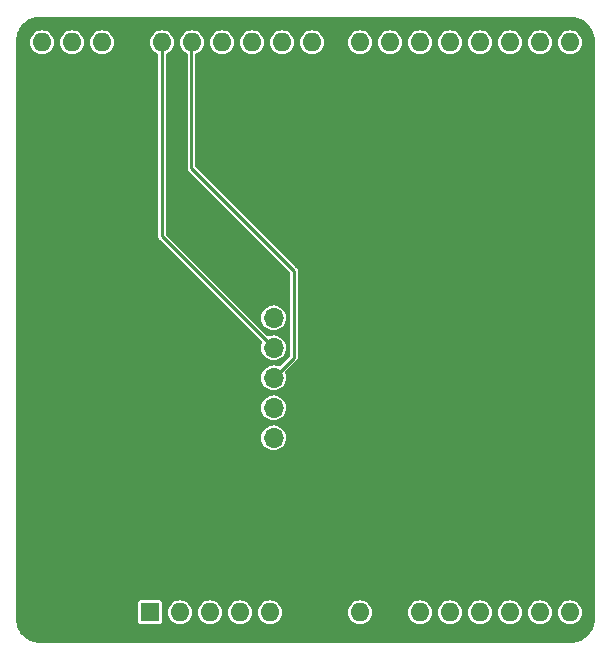
<source format=gbr>
%TF.GenerationSoftware,KiCad,Pcbnew,7.0.2-0*%
%TF.CreationDate,2023-05-15T10:36:04-07:00*%
%TF.ProjectId,RGProgrammer_V2,52475072-6f67-4726-916d-6d65725f5632,rev?*%
%TF.SameCoordinates,Original*%
%TF.FileFunction,Copper,L2,Bot*%
%TF.FilePolarity,Positive*%
%FSLAX46Y46*%
G04 Gerber Fmt 4.6, Leading zero omitted, Abs format (unit mm)*
G04 Created by KiCad (PCBNEW 7.0.2-0) date 2023-05-15 10:36:04*
%MOMM*%
%LPD*%
G01*
G04 APERTURE LIST*
%TA.AperFunction,ComponentPad*%
%ADD10R,1.700000X1.700000*%
%TD*%
%TA.AperFunction,ComponentPad*%
%ADD11O,1.700000X1.700000*%
%TD*%
%TA.AperFunction,ComponentPad*%
%ADD12R,1.600000X1.600000*%
%TD*%
%TA.AperFunction,ComponentPad*%
%ADD13O,1.600000X1.600000*%
%TD*%
%TA.AperFunction,Conductor*%
%ADD14C,0.250000*%
%TD*%
G04 APERTURE END LIST*
D10*
%TO.P,J1,1,Pin_1*%
%TO.N,GND*%
X147800000Y-81950000D03*
D11*
%TO.P,J1,2,Pin_2*%
%TO.N,D10*%
X147800000Y-84490000D03*
%TO.P,J1,3,Pin_3*%
%TO.N,D13*%
X147800000Y-87030000D03*
%TO.P,J1,4,Pin_4*%
%TO.N,MISO*%
X147800000Y-89570000D03*
%TO.P,J1,5,Pin_5*%
%TO.N,MOSI*%
X147800000Y-92110000D03*
%TO.P,J1,6,Pin_6*%
%TO.N,+5V*%
X147800000Y-94650000D03*
%TD*%
D12*
%TO.P,A1,1,NC*%
%TO.N,unconnected-(A1-NC-Pad1)*%
X137340000Y-109415000D03*
D13*
%TO.P,A1,2,IOREF*%
%TO.N,unconnected-(A1-IOREF-Pad2)*%
X139880000Y-109415000D03*
%TO.P,A1,3,~{RESET}*%
%TO.N,Net-(A1-~{RESET})*%
X142420000Y-109415000D03*
%TO.P,A1,4,3V3*%
%TO.N,unconnected-(A1-3V3-Pad4)*%
X144960000Y-109415000D03*
%TO.P,A1,5,+5V*%
%TO.N,+5V*%
X147500000Y-109415000D03*
%TO.P,A1,6,GND*%
%TO.N,GND*%
X150040000Y-109415000D03*
%TO.P,A1,7,GND*%
X152580000Y-109415000D03*
%TO.P,A1,8,VIN*%
%TO.N,unconnected-(A1-VIN-Pad8)*%
X155120000Y-109415000D03*
%TO.P,A1,9,A0*%
%TO.N,unconnected-(A1-A0-Pad9)*%
X160200000Y-109415000D03*
%TO.P,A1,10,A1*%
%TO.N,unconnected-(A1-A1-Pad10)*%
X162740000Y-109415000D03*
%TO.P,A1,11,A2*%
%TO.N,unconnected-(A1-A2-Pad11)*%
X165280000Y-109415000D03*
%TO.P,A1,12,A3*%
%TO.N,unconnected-(A1-A3-Pad12)*%
X167820000Y-109415000D03*
%TO.P,A1,13,SDA/A4*%
%TO.N,unconnected-(A1-SDA{slash}A4-Pad13)*%
X170360000Y-109415000D03*
%TO.P,A1,14,SCL/A5*%
%TO.N,unconnected-(A1-SCL{slash}A5-Pad14)*%
X172900000Y-109415000D03*
%TO.P,A1,15,D0/RX*%
%TO.N,unconnected-(A1-D0{slash}RX-Pad15)*%
X172900000Y-61155000D03*
%TO.P,A1,16,D1/TX*%
%TO.N,unconnected-(A1-D1{slash}TX-Pad16)*%
X170360000Y-61155000D03*
%TO.P,A1,17,D2*%
%TO.N,unconnected-(A1-D2-Pad17)*%
X167820000Y-61155000D03*
%TO.P,A1,18,D3*%
%TO.N,unconnected-(A1-D3-Pad18)*%
X165280000Y-61155000D03*
%TO.P,A1,19,D4*%
%TO.N,unconnected-(A1-D4-Pad19)*%
X162740000Y-61155000D03*
%TO.P,A1,20,D5*%
%TO.N,unconnected-(A1-D5-Pad20)*%
X160200000Y-61155000D03*
%TO.P,A1,21,D6*%
%TO.N,unconnected-(A1-D6-Pad21)*%
X157660000Y-61155000D03*
%TO.P,A1,22,D7*%
%TO.N,unconnected-(A1-D7-Pad22)*%
X155120000Y-61155000D03*
%TO.P,A1,23,D8*%
%TO.N,unconnected-(A1-D8-Pad23)*%
X151060000Y-61155000D03*
%TO.P,A1,24,D9*%
%TO.N,unconnected-(A1-D9-Pad24)*%
X148520000Y-61155000D03*
%TO.P,A1,25,D10*%
%TO.N,D10*%
X145980000Y-61155000D03*
%TO.P,A1,26,D11*%
%TO.N,MOSI*%
X143440000Y-61155000D03*
%TO.P,A1,27,D12*%
%TO.N,MISO*%
X140900000Y-61155000D03*
%TO.P,A1,28,D13*%
%TO.N,D13*%
X138360000Y-61155000D03*
%TO.P,A1,29,GND*%
%TO.N,GND*%
X135820000Y-61155000D03*
%TO.P,A1,30,AREF*%
%TO.N,unconnected-(A1-AREF-Pad30)*%
X133280000Y-61155000D03*
%TO.P,A1,31,SDA/A4*%
%TO.N,unconnected-(A1-SDA{slash}A4-Pad31)*%
X130740000Y-61155000D03*
%TO.P,A1,32,SCL/A5*%
%TO.N,unconnected-(A1-SCL{slash}A5-Pad32)*%
X128200000Y-61155000D03*
%TD*%
D14*
%TO.N,MISO*%
X149525000Y-87845000D02*
X149525000Y-80500000D01*
X140850000Y-71825000D02*
X140850000Y-61205000D01*
X149525000Y-80500000D02*
X140850000Y-71825000D01*
X140850000Y-61205000D02*
X140900000Y-61155000D01*
X147800000Y-89570000D02*
X149525000Y-87845000D01*
%TO.N,D13*%
X147800000Y-87030000D02*
X138360000Y-77590000D01*
X138360000Y-77590000D02*
X138360000Y-61155000D01*
%TD*%
%TA.AperFunction,Conductor*%
%TO.N,GND*%
G36*
X173004042Y-59000764D02*
G01*
X173083743Y-59005988D01*
X173261590Y-59018709D01*
X173276904Y-59020772D01*
X173389441Y-59043157D01*
X173530277Y-59073794D01*
X173543690Y-59077518D01*
X173657725Y-59116228D01*
X173661074Y-59117420D01*
X173788808Y-59165062D01*
X173800300Y-59170024D01*
X173910687Y-59224461D01*
X173915187Y-59226798D01*
X174032478Y-59290844D01*
X174041942Y-59296574D01*
X174145269Y-59365615D01*
X174150688Y-59369450D01*
X174256727Y-59448830D01*
X174264145Y-59454844D01*
X174357976Y-59537131D01*
X174363898Y-59542678D01*
X174457320Y-59636100D01*
X174462867Y-59642022D01*
X174545150Y-59735848D01*
X174551173Y-59743278D01*
X174588691Y-59793396D01*
X174630548Y-59849310D01*
X174634383Y-59854729D01*
X174703424Y-59958056D01*
X174709154Y-59967520D01*
X174773183Y-60084779D01*
X174775564Y-60089363D01*
X174829969Y-60199687D01*
X174834938Y-60211196D01*
X174882556Y-60338863D01*
X174883793Y-60342338D01*
X174922470Y-60456276D01*
X174926217Y-60469777D01*
X174956847Y-60610580D01*
X174979230Y-60723107D01*
X174981290Y-60738414D01*
X174994017Y-60916350D01*
X174999235Y-60995956D01*
X174999500Y-61004051D01*
X174999500Y-109995947D01*
X174999234Y-110004058D01*
X174994017Y-110083648D01*
X174981291Y-110261574D01*
X174979225Y-110276916D01*
X174956851Y-110389402D01*
X174926212Y-110530244D01*
X174922473Y-110543714D01*
X174883793Y-110657660D01*
X174882556Y-110661135D01*
X174834938Y-110788802D01*
X174829969Y-110800311D01*
X174775564Y-110910635D01*
X174773183Y-110915219D01*
X174709154Y-111032478D01*
X174703424Y-111041942D01*
X174634383Y-111145269D01*
X174630548Y-111150688D01*
X174551181Y-111256711D01*
X174545142Y-111264160D01*
X174462867Y-111357976D01*
X174457320Y-111363898D01*
X174363898Y-111457320D01*
X174357976Y-111462867D01*
X174264160Y-111545142D01*
X174256711Y-111551181D01*
X174150688Y-111630548D01*
X174145269Y-111634383D01*
X174041942Y-111703424D01*
X174032478Y-111709154D01*
X173915219Y-111773183D01*
X173910635Y-111775564D01*
X173800311Y-111829969D01*
X173788802Y-111834938D01*
X173661135Y-111882556D01*
X173657660Y-111883793D01*
X173543722Y-111922470D01*
X173530221Y-111926217D01*
X173389419Y-111956847D01*
X173342048Y-111966270D01*
X173276896Y-111979229D01*
X173261584Y-111981290D01*
X173083649Y-111994017D01*
X173060221Y-111995552D01*
X173004030Y-111999235D01*
X172995948Y-111999500D01*
X128004053Y-111999500D01*
X127995943Y-111999234D01*
X127916352Y-111994017D01*
X127738424Y-111981291D01*
X127723082Y-111979225D01*
X127665195Y-111967710D01*
X127610600Y-111956851D01*
X127469746Y-111926210D01*
X127456284Y-111922473D01*
X127456275Y-111922470D01*
X127385362Y-111898398D01*
X127342338Y-111883793D01*
X127338863Y-111882556D01*
X127211196Y-111834938D01*
X127199687Y-111829969D01*
X127134947Y-111798043D01*
X127089348Y-111775556D01*
X127084779Y-111773183D01*
X126967520Y-111709154D01*
X126958056Y-111703424D01*
X126854729Y-111634383D01*
X126849310Y-111630548D01*
X126793396Y-111588691D01*
X126743278Y-111551173D01*
X126735848Y-111545150D01*
X126642022Y-111462867D01*
X126636100Y-111457320D01*
X126542678Y-111363898D01*
X126537131Y-111357976D01*
X126505450Y-111321851D01*
X126454844Y-111264145D01*
X126448830Y-111256727D01*
X126369450Y-111150688D01*
X126365615Y-111145269D01*
X126296574Y-111041942D01*
X126290844Y-111032478D01*
X126226798Y-110915187D01*
X126224461Y-110910687D01*
X126170024Y-110800300D01*
X126165060Y-110788802D01*
X126117420Y-110661074D01*
X126116228Y-110657725D01*
X126077522Y-110543703D01*
X126073786Y-110530240D01*
X126043157Y-110389441D01*
X126020767Y-110276879D01*
X126018709Y-110261593D01*
X126016789Y-110234748D01*
X136339500Y-110234748D01*
X136351132Y-110293230D01*
X136395447Y-110359552D01*
X136461769Y-110403867D01*
X136520251Y-110415500D01*
X136520252Y-110415500D01*
X138159749Y-110415500D01*
X138188989Y-110409683D01*
X138218231Y-110403867D01*
X138284552Y-110359552D01*
X138328867Y-110293231D01*
X138340500Y-110234748D01*
X138340500Y-109415000D01*
X138874659Y-109415000D01*
X138893976Y-109611133D01*
X138951185Y-109799726D01*
X138951186Y-109799727D01*
X139044090Y-109973538D01*
X139169117Y-110125883D01*
X139321462Y-110250910D01*
X139495273Y-110343814D01*
X139683868Y-110401024D01*
X139880000Y-110420341D01*
X140076132Y-110401024D01*
X140264727Y-110343814D01*
X140438538Y-110250910D01*
X140590883Y-110125883D01*
X140715910Y-109973538D01*
X140808814Y-109799727D01*
X140866024Y-109611132D01*
X140885341Y-109415000D01*
X141414659Y-109415000D01*
X141433976Y-109611133D01*
X141491185Y-109799726D01*
X141491186Y-109799727D01*
X141584090Y-109973538D01*
X141709117Y-110125883D01*
X141861462Y-110250910D01*
X142035273Y-110343814D01*
X142223868Y-110401024D01*
X142420000Y-110420341D01*
X142616132Y-110401024D01*
X142804727Y-110343814D01*
X142978538Y-110250910D01*
X143130883Y-110125883D01*
X143255910Y-109973538D01*
X143348814Y-109799727D01*
X143406024Y-109611132D01*
X143425341Y-109415000D01*
X143954659Y-109415000D01*
X143973976Y-109611133D01*
X144031185Y-109799726D01*
X144031186Y-109799727D01*
X144124090Y-109973538D01*
X144249117Y-110125883D01*
X144401462Y-110250910D01*
X144575273Y-110343814D01*
X144763868Y-110401024D01*
X144960000Y-110420341D01*
X145156132Y-110401024D01*
X145344727Y-110343814D01*
X145518538Y-110250910D01*
X145670883Y-110125883D01*
X145795910Y-109973538D01*
X145888814Y-109799727D01*
X145946024Y-109611132D01*
X145965341Y-109415000D01*
X146494659Y-109415000D01*
X146513976Y-109611133D01*
X146571185Y-109799726D01*
X146571186Y-109799727D01*
X146664090Y-109973538D01*
X146789117Y-110125883D01*
X146941462Y-110250910D01*
X147115273Y-110343814D01*
X147303868Y-110401024D01*
X147500000Y-110420341D01*
X147696132Y-110401024D01*
X147884727Y-110343814D01*
X148058538Y-110250910D01*
X148210883Y-110125883D01*
X148335910Y-109973538D01*
X148428814Y-109799727D01*
X148486024Y-109611132D01*
X148505341Y-109415000D01*
X154114659Y-109415000D01*
X154133976Y-109611133D01*
X154191185Y-109799726D01*
X154191186Y-109799727D01*
X154284090Y-109973538D01*
X154409117Y-110125883D01*
X154561462Y-110250910D01*
X154735273Y-110343814D01*
X154923868Y-110401024D01*
X155120000Y-110420341D01*
X155316132Y-110401024D01*
X155504727Y-110343814D01*
X155678538Y-110250910D01*
X155830883Y-110125883D01*
X155955910Y-109973538D01*
X156048814Y-109799727D01*
X156106024Y-109611132D01*
X156125341Y-109415000D01*
X159194659Y-109415000D01*
X159213976Y-109611133D01*
X159271185Y-109799726D01*
X159271186Y-109799727D01*
X159364090Y-109973538D01*
X159489117Y-110125883D01*
X159641462Y-110250910D01*
X159815273Y-110343814D01*
X160003868Y-110401024D01*
X160200000Y-110420341D01*
X160396132Y-110401024D01*
X160584727Y-110343814D01*
X160758538Y-110250910D01*
X160910883Y-110125883D01*
X161035910Y-109973538D01*
X161128814Y-109799727D01*
X161186024Y-109611132D01*
X161205341Y-109415000D01*
X161734659Y-109415000D01*
X161753976Y-109611133D01*
X161811185Y-109799726D01*
X161811186Y-109799727D01*
X161904090Y-109973538D01*
X162029117Y-110125883D01*
X162181462Y-110250910D01*
X162355273Y-110343814D01*
X162543868Y-110401024D01*
X162740000Y-110420341D01*
X162936132Y-110401024D01*
X163124727Y-110343814D01*
X163298538Y-110250910D01*
X163450883Y-110125883D01*
X163575910Y-109973538D01*
X163668814Y-109799727D01*
X163726024Y-109611132D01*
X163745341Y-109415000D01*
X164274659Y-109415000D01*
X164293976Y-109611133D01*
X164351185Y-109799726D01*
X164351186Y-109799727D01*
X164444090Y-109973538D01*
X164569117Y-110125883D01*
X164721462Y-110250910D01*
X164895273Y-110343814D01*
X165083868Y-110401024D01*
X165280000Y-110420341D01*
X165476132Y-110401024D01*
X165664727Y-110343814D01*
X165838538Y-110250910D01*
X165990883Y-110125883D01*
X166115910Y-109973538D01*
X166208814Y-109799727D01*
X166266024Y-109611132D01*
X166285341Y-109415000D01*
X166814659Y-109415000D01*
X166833976Y-109611133D01*
X166891185Y-109799726D01*
X166891186Y-109799727D01*
X166984090Y-109973538D01*
X167109117Y-110125883D01*
X167261462Y-110250910D01*
X167435273Y-110343814D01*
X167623868Y-110401024D01*
X167820000Y-110420341D01*
X168016132Y-110401024D01*
X168204727Y-110343814D01*
X168378538Y-110250910D01*
X168530883Y-110125883D01*
X168655910Y-109973538D01*
X168748814Y-109799727D01*
X168806024Y-109611132D01*
X168825341Y-109415000D01*
X169354659Y-109415000D01*
X169373976Y-109611133D01*
X169431185Y-109799726D01*
X169431186Y-109799727D01*
X169524090Y-109973538D01*
X169649117Y-110125883D01*
X169801462Y-110250910D01*
X169975273Y-110343814D01*
X170163868Y-110401024D01*
X170360000Y-110420341D01*
X170556132Y-110401024D01*
X170744727Y-110343814D01*
X170918538Y-110250910D01*
X171070883Y-110125883D01*
X171195910Y-109973538D01*
X171288814Y-109799727D01*
X171346024Y-109611132D01*
X171365341Y-109415000D01*
X171894659Y-109415000D01*
X171913976Y-109611133D01*
X171971185Y-109799726D01*
X171971186Y-109799727D01*
X172064090Y-109973538D01*
X172189117Y-110125883D01*
X172341462Y-110250910D01*
X172515273Y-110343814D01*
X172703868Y-110401024D01*
X172900000Y-110420341D01*
X173096132Y-110401024D01*
X173284727Y-110343814D01*
X173458538Y-110250910D01*
X173610883Y-110125883D01*
X173735910Y-109973538D01*
X173828814Y-109799727D01*
X173886024Y-109611132D01*
X173905341Y-109415000D01*
X173886024Y-109218868D01*
X173828814Y-109030273D01*
X173735910Y-108856462D01*
X173610883Y-108704117D01*
X173458538Y-108579090D01*
X173379361Y-108536769D01*
X173284726Y-108486185D01*
X173096133Y-108428976D01*
X172900000Y-108409659D01*
X172703866Y-108428976D01*
X172515273Y-108486185D01*
X172341463Y-108579089D01*
X172189117Y-108704117D01*
X172064089Y-108856463D01*
X171971185Y-109030273D01*
X171913976Y-109218866D01*
X171894659Y-109415000D01*
X171365341Y-109415000D01*
X171346024Y-109218868D01*
X171288814Y-109030273D01*
X171195910Y-108856462D01*
X171070883Y-108704117D01*
X170918538Y-108579090D01*
X170839361Y-108536769D01*
X170744726Y-108486185D01*
X170556133Y-108428976D01*
X170360000Y-108409659D01*
X170163866Y-108428976D01*
X169975273Y-108486185D01*
X169801463Y-108579089D01*
X169649117Y-108704117D01*
X169524089Y-108856463D01*
X169431185Y-109030273D01*
X169373976Y-109218866D01*
X169354659Y-109415000D01*
X168825341Y-109415000D01*
X168806024Y-109218868D01*
X168748814Y-109030273D01*
X168655910Y-108856462D01*
X168530883Y-108704117D01*
X168378538Y-108579090D01*
X168299361Y-108536769D01*
X168204726Y-108486185D01*
X168016133Y-108428976D01*
X167820000Y-108409659D01*
X167623866Y-108428976D01*
X167435273Y-108486185D01*
X167261463Y-108579089D01*
X167109117Y-108704117D01*
X166984089Y-108856463D01*
X166891185Y-109030273D01*
X166833976Y-109218866D01*
X166814659Y-109415000D01*
X166285341Y-109415000D01*
X166266024Y-109218868D01*
X166208814Y-109030273D01*
X166115910Y-108856462D01*
X165990883Y-108704117D01*
X165838538Y-108579090D01*
X165759361Y-108536769D01*
X165664726Y-108486185D01*
X165476133Y-108428976D01*
X165329152Y-108414500D01*
X165280000Y-108409659D01*
X165279999Y-108409659D01*
X165083866Y-108428976D01*
X164895273Y-108486185D01*
X164721463Y-108579089D01*
X164569117Y-108704117D01*
X164444089Y-108856463D01*
X164351185Y-109030273D01*
X164293976Y-109218866D01*
X164274659Y-109415000D01*
X163745341Y-109415000D01*
X163726024Y-109218868D01*
X163668814Y-109030273D01*
X163575910Y-108856462D01*
X163450883Y-108704117D01*
X163298538Y-108579090D01*
X163219361Y-108536769D01*
X163124726Y-108486185D01*
X162936133Y-108428976D01*
X162740000Y-108409659D01*
X162543866Y-108428976D01*
X162355273Y-108486185D01*
X162181463Y-108579089D01*
X162029117Y-108704117D01*
X161904089Y-108856463D01*
X161811185Y-109030273D01*
X161753976Y-109218866D01*
X161734659Y-109415000D01*
X161205341Y-109415000D01*
X161186024Y-109218868D01*
X161128814Y-109030273D01*
X161035910Y-108856462D01*
X160910883Y-108704117D01*
X160758538Y-108579090D01*
X160679361Y-108536769D01*
X160584726Y-108486185D01*
X160396133Y-108428976D01*
X160200000Y-108409659D01*
X160003866Y-108428976D01*
X159815273Y-108486185D01*
X159641463Y-108579089D01*
X159489117Y-108704117D01*
X159364089Y-108856463D01*
X159271185Y-109030273D01*
X159213976Y-109218866D01*
X159194659Y-109415000D01*
X156125341Y-109415000D01*
X156106024Y-109218868D01*
X156048814Y-109030273D01*
X155955910Y-108856462D01*
X155830883Y-108704117D01*
X155678538Y-108579090D01*
X155599361Y-108536769D01*
X155504726Y-108486185D01*
X155316133Y-108428976D01*
X155169152Y-108414500D01*
X155120000Y-108409659D01*
X155119999Y-108409659D01*
X154923866Y-108428976D01*
X154735273Y-108486185D01*
X154561463Y-108579089D01*
X154409117Y-108704117D01*
X154284089Y-108856463D01*
X154191185Y-109030273D01*
X154133976Y-109218866D01*
X154114659Y-109415000D01*
X148505341Y-109415000D01*
X148486024Y-109218868D01*
X148428814Y-109030273D01*
X148335910Y-108856462D01*
X148210883Y-108704117D01*
X148058538Y-108579090D01*
X147979361Y-108536769D01*
X147884726Y-108486185D01*
X147696133Y-108428976D01*
X147500000Y-108409659D01*
X147303866Y-108428976D01*
X147115273Y-108486185D01*
X146941463Y-108579089D01*
X146789117Y-108704117D01*
X146664089Y-108856463D01*
X146571185Y-109030273D01*
X146513976Y-109218866D01*
X146494659Y-109415000D01*
X145965341Y-109415000D01*
X145946024Y-109218868D01*
X145888814Y-109030273D01*
X145795910Y-108856462D01*
X145670883Y-108704117D01*
X145518538Y-108579090D01*
X145439361Y-108536769D01*
X145344726Y-108486185D01*
X145156133Y-108428976D01*
X145009152Y-108414500D01*
X144960000Y-108409659D01*
X144959999Y-108409659D01*
X144763866Y-108428976D01*
X144575273Y-108486185D01*
X144401463Y-108579089D01*
X144249117Y-108704117D01*
X144124089Y-108856463D01*
X144031185Y-109030273D01*
X143973976Y-109218866D01*
X143954659Y-109415000D01*
X143425341Y-109415000D01*
X143406024Y-109218868D01*
X143348814Y-109030273D01*
X143255910Y-108856462D01*
X143130883Y-108704117D01*
X142978538Y-108579090D01*
X142899361Y-108536769D01*
X142804726Y-108486185D01*
X142616133Y-108428976D01*
X142420000Y-108409659D01*
X142223866Y-108428976D01*
X142035273Y-108486185D01*
X141861463Y-108579089D01*
X141709117Y-108704117D01*
X141584089Y-108856463D01*
X141491185Y-109030273D01*
X141433976Y-109218866D01*
X141414659Y-109415000D01*
X140885341Y-109415000D01*
X140866024Y-109218868D01*
X140808814Y-109030273D01*
X140715910Y-108856462D01*
X140590883Y-108704117D01*
X140438538Y-108579090D01*
X140359361Y-108536769D01*
X140264726Y-108486185D01*
X140076133Y-108428976D01*
X139880000Y-108409659D01*
X139683866Y-108428976D01*
X139495273Y-108486185D01*
X139321463Y-108579089D01*
X139169117Y-108704117D01*
X139044089Y-108856463D01*
X138951185Y-109030273D01*
X138893976Y-109218866D01*
X138874659Y-109415000D01*
X138340500Y-109415000D01*
X138340500Y-108595252D01*
X138328867Y-108536769D01*
X138295068Y-108486186D01*
X138284552Y-108470447D01*
X138218230Y-108426132D01*
X138159749Y-108414500D01*
X138159748Y-108414500D01*
X136520252Y-108414500D01*
X136520251Y-108414500D01*
X136461769Y-108426132D01*
X136395447Y-108470447D01*
X136351132Y-108536769D01*
X136339500Y-108595251D01*
X136339500Y-110234748D01*
X126016789Y-110234748D01*
X126005988Y-110083743D01*
X126000765Y-110004041D01*
X126000500Y-109995936D01*
X126000500Y-94650000D01*
X146744417Y-94650000D01*
X146764699Y-94855932D01*
X146764700Y-94855934D01*
X146824768Y-95053954D01*
X146922315Y-95236450D01*
X146973608Y-95298952D01*
X147053589Y-95396410D01*
X147133569Y-95462047D01*
X147213550Y-95527685D01*
X147396046Y-95625232D01*
X147594066Y-95685300D01*
X147800000Y-95705583D01*
X148005934Y-95685300D01*
X148203954Y-95625232D01*
X148386450Y-95527685D01*
X148546410Y-95396410D01*
X148677685Y-95236450D01*
X148775232Y-95053954D01*
X148835300Y-94855934D01*
X148855583Y-94650000D01*
X148835300Y-94444066D01*
X148775232Y-94246046D01*
X148677685Y-94063550D01*
X148612047Y-93983569D01*
X148546410Y-93903589D01*
X148448952Y-93823609D01*
X148386450Y-93772315D01*
X148203954Y-93674768D01*
X148104944Y-93644734D01*
X148005932Y-93614699D01*
X147822497Y-93596632D01*
X147800000Y-93594417D01*
X147799999Y-93594417D01*
X147594067Y-93614699D01*
X147396043Y-93674769D01*
X147213551Y-93772314D01*
X147053589Y-93903589D01*
X146922314Y-94063551D01*
X146824769Y-94246043D01*
X146764699Y-94444067D01*
X146744417Y-94650000D01*
X126000500Y-94650000D01*
X126000500Y-92110000D01*
X146744417Y-92110000D01*
X146764699Y-92315932D01*
X146764700Y-92315934D01*
X146824768Y-92513954D01*
X146922315Y-92696450D01*
X146973608Y-92758952D01*
X147053589Y-92856410D01*
X147133569Y-92922047D01*
X147213550Y-92987685D01*
X147396046Y-93085232D01*
X147594066Y-93145300D01*
X147800000Y-93165583D01*
X148005934Y-93145300D01*
X148203954Y-93085232D01*
X148386450Y-92987685D01*
X148546410Y-92856410D01*
X148677685Y-92696450D01*
X148775232Y-92513954D01*
X148835300Y-92315934D01*
X148855583Y-92110000D01*
X148835300Y-91904066D01*
X148775232Y-91706046D01*
X148677685Y-91523550D01*
X148612047Y-91443570D01*
X148546410Y-91363589D01*
X148448952Y-91283608D01*
X148386450Y-91232315D01*
X148203954Y-91134768D01*
X148104944Y-91104733D01*
X148005932Y-91074699D01*
X147822497Y-91056632D01*
X147800000Y-91054417D01*
X147799999Y-91054417D01*
X147594067Y-91074699D01*
X147396043Y-91134769D01*
X147213551Y-91232314D01*
X147053589Y-91363589D01*
X146922314Y-91523551D01*
X146824769Y-91706043D01*
X146764699Y-91904067D01*
X146744417Y-92110000D01*
X126000500Y-92110000D01*
X126000500Y-61154999D01*
X127194659Y-61154999D01*
X127213976Y-61351133D01*
X127271185Y-61539726D01*
X127271186Y-61539727D01*
X127364090Y-61713538D01*
X127489117Y-61865883D01*
X127641462Y-61990910D01*
X127815273Y-62083814D01*
X128003868Y-62141024D01*
X128200000Y-62160341D01*
X128396132Y-62141024D01*
X128584727Y-62083814D01*
X128758538Y-61990910D01*
X128910883Y-61865883D01*
X129035910Y-61713538D01*
X129128814Y-61539727D01*
X129186024Y-61351132D01*
X129205341Y-61155000D01*
X129205341Y-61154999D01*
X129734659Y-61154999D01*
X129753976Y-61351133D01*
X129811185Y-61539726D01*
X129811186Y-61539727D01*
X129904090Y-61713538D01*
X130029117Y-61865883D01*
X130181462Y-61990910D01*
X130355273Y-62083814D01*
X130543868Y-62141024D01*
X130740000Y-62160341D01*
X130936132Y-62141024D01*
X131124727Y-62083814D01*
X131298538Y-61990910D01*
X131450883Y-61865883D01*
X131575910Y-61713538D01*
X131668814Y-61539727D01*
X131726024Y-61351132D01*
X131745341Y-61155000D01*
X131745341Y-61154999D01*
X132274659Y-61154999D01*
X132293976Y-61351133D01*
X132351185Y-61539726D01*
X132351186Y-61539727D01*
X132444090Y-61713538D01*
X132569117Y-61865883D01*
X132721462Y-61990910D01*
X132895273Y-62083814D01*
X133083868Y-62141024D01*
X133280000Y-62160341D01*
X133476132Y-62141024D01*
X133664727Y-62083814D01*
X133838538Y-61990910D01*
X133990883Y-61865883D01*
X134115910Y-61713538D01*
X134208814Y-61539727D01*
X134266024Y-61351132D01*
X134285341Y-61155000D01*
X134285341Y-61154999D01*
X137354659Y-61154999D01*
X137373976Y-61351133D01*
X137431185Y-61539726D01*
X137431186Y-61539727D01*
X137524090Y-61713538D01*
X137649117Y-61865883D01*
X137801462Y-61990910D01*
X137939623Y-62064759D01*
X137968953Y-62080436D01*
X138018797Y-62129398D01*
X138034500Y-62189794D01*
X138034500Y-77570372D01*
X138034028Y-77581180D01*
X138030735Y-77618807D01*
X138040512Y-77655296D01*
X138042853Y-77665852D01*
X138049599Y-77704107D01*
X138059829Y-77728803D01*
X138060446Y-77729684D01*
X138082112Y-77760627D01*
X138087915Y-77769736D01*
X138106806Y-77802455D01*
X138135742Y-77826735D01*
X138143718Y-77834044D01*
X146798386Y-86488712D01*
X146831871Y-86550035D01*
X146827293Y-86614049D01*
X146828313Y-86614359D01*
X146826949Y-86618854D01*
X146826887Y-86619727D01*
X146826269Y-86621095D01*
X146764699Y-86824067D01*
X146744417Y-87029999D01*
X146764699Y-87235932D01*
X146764700Y-87235934D01*
X146824768Y-87433954D01*
X146922315Y-87616450D01*
X146957079Y-87658810D01*
X147053589Y-87776410D01*
X147113260Y-87825380D01*
X147213550Y-87907685D01*
X147396046Y-88005232D01*
X147594066Y-88065300D01*
X147800000Y-88085583D01*
X148005934Y-88065300D01*
X148203954Y-88005232D01*
X148386450Y-87907685D01*
X148546410Y-87776410D01*
X148677685Y-87616450D01*
X148775232Y-87433954D01*
X148835300Y-87235934D01*
X148855583Y-87030000D01*
X148835300Y-86824066D01*
X148775232Y-86626046D01*
X148677685Y-86443550D01*
X148612047Y-86363569D01*
X148546410Y-86283589D01*
X148448952Y-86203608D01*
X148386450Y-86152315D01*
X148203954Y-86054768D01*
X148104944Y-86024733D01*
X148005932Y-85994699D01*
X147822497Y-85976632D01*
X147800000Y-85974417D01*
X147799999Y-85974417D01*
X147594067Y-85994699D01*
X147384359Y-86058313D01*
X147383222Y-86054567D01*
X147336418Y-86064303D01*
X147271179Y-86039289D01*
X147258712Y-86028386D01*
X145720326Y-84490000D01*
X146744417Y-84490000D01*
X146764699Y-84695932D01*
X146764700Y-84695934D01*
X146824768Y-84893954D01*
X146922315Y-85076450D01*
X146973608Y-85138952D01*
X147053589Y-85236410D01*
X147133569Y-85302047D01*
X147213550Y-85367685D01*
X147396046Y-85465232D01*
X147594066Y-85525300D01*
X147800000Y-85545583D01*
X148005934Y-85525300D01*
X148203954Y-85465232D01*
X148386450Y-85367685D01*
X148546410Y-85236410D01*
X148677685Y-85076450D01*
X148775232Y-84893954D01*
X148835300Y-84695934D01*
X148855583Y-84490000D01*
X148835300Y-84284066D01*
X148775232Y-84086046D01*
X148677685Y-83903550D01*
X148612047Y-83823569D01*
X148546410Y-83743589D01*
X148448952Y-83663609D01*
X148386450Y-83612315D01*
X148203954Y-83514768D01*
X148104944Y-83484733D01*
X148005932Y-83454699D01*
X147800000Y-83434417D01*
X147594067Y-83454699D01*
X147396043Y-83514769D01*
X147213551Y-83612314D01*
X147053589Y-83743589D01*
X146922314Y-83903551D01*
X146824769Y-84086043D01*
X146764699Y-84284067D01*
X146744417Y-84490000D01*
X145720326Y-84490000D01*
X138721819Y-77491493D01*
X138688334Y-77430170D01*
X138685500Y-77403812D01*
X138685500Y-62189794D01*
X138705185Y-62122755D01*
X138751047Y-62080436D01*
X138767118Y-62071845D01*
X138918538Y-61990910D01*
X139070883Y-61865883D01*
X139195910Y-61713538D01*
X139288814Y-61539727D01*
X139346024Y-61351132D01*
X139365341Y-61155000D01*
X139365341Y-61154999D01*
X139894659Y-61154999D01*
X139913976Y-61351133D01*
X139971185Y-61539726D01*
X139971186Y-61539727D01*
X140064090Y-61713538D01*
X140189117Y-61865883D01*
X140341462Y-61990910D01*
X140458953Y-62053710D01*
X140508797Y-62102672D01*
X140524500Y-62163068D01*
X140524500Y-71805372D01*
X140524028Y-71816180D01*
X140520735Y-71853807D01*
X140530512Y-71890296D01*
X140532853Y-71900852D01*
X140539599Y-71939107D01*
X140549829Y-71963803D01*
X140550446Y-71964684D01*
X140572112Y-71995627D01*
X140577915Y-72004736D01*
X140596806Y-72037455D01*
X140625742Y-72061735D01*
X140633718Y-72069044D01*
X149163181Y-80598507D01*
X149196666Y-80659830D01*
X149199500Y-80686188D01*
X149199500Y-87658810D01*
X149179815Y-87725849D01*
X149163181Y-87746491D01*
X148341285Y-88568386D01*
X148279962Y-88601871D01*
X148215950Y-88597293D01*
X148215641Y-88598314D01*
X148211142Y-88596949D01*
X148210270Y-88596887D01*
X148208903Y-88596270D01*
X148203957Y-88594769D01*
X148203954Y-88594768D01*
X148075451Y-88555787D01*
X148005932Y-88534699D01*
X147822497Y-88516632D01*
X147800000Y-88514417D01*
X147799999Y-88514417D01*
X147594067Y-88534699D01*
X147396043Y-88594769D01*
X147213551Y-88692314D01*
X147053589Y-88823589D01*
X146922314Y-88983551D01*
X146824769Y-89166043D01*
X146764699Y-89364067D01*
X146744417Y-89570000D01*
X146764699Y-89775932D01*
X146764700Y-89775934D01*
X146824768Y-89973954D01*
X146922315Y-90156450D01*
X146973608Y-90218952D01*
X147053589Y-90316410D01*
X147133569Y-90382047D01*
X147213550Y-90447685D01*
X147396046Y-90545232D01*
X147594066Y-90605300D01*
X147800000Y-90625583D01*
X148005934Y-90605300D01*
X148203954Y-90545232D01*
X148386450Y-90447685D01*
X148546410Y-90316410D01*
X148677685Y-90156450D01*
X148775232Y-89973954D01*
X148835300Y-89775934D01*
X148855583Y-89570000D01*
X148835300Y-89364066D01*
X148775232Y-89166046D01*
X148775230Y-89166043D01*
X148771686Y-89154358D01*
X148775433Y-89153221D01*
X148765694Y-89106444D01*
X148790694Y-89041200D01*
X148801606Y-89028719D01*
X149741296Y-88089029D01*
X149749250Y-88081740D01*
X149778194Y-88057455D01*
X149797102Y-88024703D01*
X149802878Y-88015638D01*
X149824553Y-87984684D01*
X149824553Y-87984681D01*
X149825171Y-87983800D01*
X149835400Y-87959105D01*
X149835586Y-87958047D01*
X149835588Y-87958045D01*
X149842150Y-87920824D01*
X149844480Y-87910312D01*
X149854263Y-87873807D01*
X149850972Y-87836187D01*
X149850500Y-87825380D01*
X149850500Y-80519626D01*
X149850972Y-80508818D01*
X149854264Y-80471192D01*
X149844487Y-80434706D01*
X149842145Y-80424143D01*
X149835400Y-80385891D01*
X149825171Y-80361198D01*
X149824554Y-80360317D01*
X149824554Y-80360316D01*
X149802892Y-80329379D01*
X149797080Y-80320256D01*
X149778194Y-80287544D01*
X149749255Y-80263262D01*
X149741280Y-80255954D01*
X141211819Y-71726493D01*
X141178334Y-71665170D01*
X141175500Y-71638812D01*
X141175500Y-62208912D01*
X141195185Y-62141873D01*
X141247989Y-62096118D01*
X141263507Y-62090251D01*
X141284727Y-62083814D01*
X141291047Y-62080436D01*
X141458538Y-61990910D01*
X141610883Y-61865883D01*
X141735910Y-61713538D01*
X141828814Y-61539727D01*
X141886024Y-61351132D01*
X141905341Y-61155000D01*
X141905341Y-61154999D01*
X142434659Y-61154999D01*
X142453976Y-61351133D01*
X142511185Y-61539726D01*
X142511186Y-61539727D01*
X142604090Y-61713538D01*
X142729117Y-61865883D01*
X142881462Y-61990910D01*
X143055273Y-62083814D01*
X143243868Y-62141024D01*
X143440000Y-62160341D01*
X143636132Y-62141024D01*
X143824727Y-62083814D01*
X143998538Y-61990910D01*
X144150883Y-61865883D01*
X144275910Y-61713538D01*
X144368814Y-61539727D01*
X144426024Y-61351132D01*
X144445341Y-61155000D01*
X144445341Y-61154999D01*
X144974659Y-61154999D01*
X144993976Y-61351133D01*
X145051185Y-61539726D01*
X145051186Y-61539727D01*
X145144090Y-61713538D01*
X145269117Y-61865883D01*
X145421462Y-61990910D01*
X145595273Y-62083814D01*
X145783868Y-62141024D01*
X145980000Y-62160341D01*
X146176132Y-62141024D01*
X146364727Y-62083814D01*
X146538538Y-61990910D01*
X146690883Y-61865883D01*
X146815910Y-61713538D01*
X146908814Y-61539727D01*
X146966024Y-61351132D01*
X146985341Y-61155000D01*
X146985341Y-61154999D01*
X147514659Y-61154999D01*
X147533976Y-61351133D01*
X147591185Y-61539726D01*
X147591186Y-61539727D01*
X147684090Y-61713538D01*
X147809117Y-61865883D01*
X147961462Y-61990910D01*
X148135273Y-62083814D01*
X148323868Y-62141024D01*
X148520000Y-62160341D01*
X148716132Y-62141024D01*
X148904727Y-62083814D01*
X149078538Y-61990910D01*
X149230883Y-61865883D01*
X149355910Y-61713538D01*
X149448814Y-61539727D01*
X149506024Y-61351132D01*
X149525341Y-61155000D01*
X149525341Y-61154999D01*
X150054659Y-61154999D01*
X150073976Y-61351133D01*
X150131185Y-61539726D01*
X150131186Y-61539727D01*
X150224090Y-61713538D01*
X150349117Y-61865883D01*
X150501462Y-61990910D01*
X150675273Y-62083814D01*
X150863868Y-62141024D01*
X151060000Y-62160341D01*
X151256132Y-62141024D01*
X151444727Y-62083814D01*
X151618538Y-61990910D01*
X151770883Y-61865883D01*
X151895910Y-61713538D01*
X151988814Y-61539727D01*
X152046024Y-61351132D01*
X152065341Y-61155000D01*
X152065341Y-61154999D01*
X154114659Y-61154999D01*
X154133976Y-61351133D01*
X154191185Y-61539726D01*
X154191186Y-61539727D01*
X154284090Y-61713538D01*
X154409117Y-61865883D01*
X154561462Y-61990910D01*
X154735273Y-62083814D01*
X154923868Y-62141024D01*
X155120000Y-62160341D01*
X155316132Y-62141024D01*
X155504727Y-62083814D01*
X155678538Y-61990910D01*
X155830883Y-61865883D01*
X155955910Y-61713538D01*
X156048814Y-61539727D01*
X156106024Y-61351132D01*
X156125341Y-61155000D01*
X156125341Y-61154999D01*
X156654659Y-61154999D01*
X156673976Y-61351133D01*
X156731185Y-61539726D01*
X156731186Y-61539727D01*
X156824090Y-61713538D01*
X156949117Y-61865883D01*
X157101462Y-61990910D01*
X157275273Y-62083814D01*
X157463868Y-62141024D01*
X157660000Y-62160341D01*
X157856132Y-62141024D01*
X158044727Y-62083814D01*
X158218538Y-61990910D01*
X158370883Y-61865883D01*
X158495910Y-61713538D01*
X158588814Y-61539727D01*
X158646024Y-61351132D01*
X158665341Y-61155000D01*
X158665341Y-61154999D01*
X159194659Y-61154999D01*
X159213976Y-61351133D01*
X159271185Y-61539726D01*
X159271186Y-61539727D01*
X159364090Y-61713538D01*
X159489117Y-61865883D01*
X159641462Y-61990910D01*
X159815273Y-62083814D01*
X160003868Y-62141024D01*
X160200000Y-62160341D01*
X160396132Y-62141024D01*
X160584727Y-62083814D01*
X160758538Y-61990910D01*
X160910883Y-61865883D01*
X161035910Y-61713538D01*
X161128814Y-61539727D01*
X161186024Y-61351132D01*
X161205341Y-61155000D01*
X161205341Y-61154999D01*
X161734659Y-61154999D01*
X161753976Y-61351133D01*
X161811185Y-61539726D01*
X161811186Y-61539727D01*
X161904090Y-61713538D01*
X162029117Y-61865883D01*
X162181462Y-61990910D01*
X162355273Y-62083814D01*
X162543868Y-62141024D01*
X162740000Y-62160341D01*
X162936132Y-62141024D01*
X163124727Y-62083814D01*
X163298538Y-61990910D01*
X163450883Y-61865883D01*
X163575910Y-61713538D01*
X163668814Y-61539727D01*
X163726024Y-61351132D01*
X163745341Y-61155000D01*
X163745341Y-61154999D01*
X164274659Y-61154999D01*
X164293976Y-61351133D01*
X164351185Y-61539726D01*
X164351186Y-61539727D01*
X164444090Y-61713538D01*
X164569117Y-61865883D01*
X164721462Y-61990910D01*
X164895273Y-62083814D01*
X165083868Y-62141024D01*
X165280000Y-62160341D01*
X165476132Y-62141024D01*
X165664727Y-62083814D01*
X165838538Y-61990910D01*
X165990883Y-61865883D01*
X166115910Y-61713538D01*
X166208814Y-61539727D01*
X166266024Y-61351132D01*
X166285341Y-61155000D01*
X166285341Y-61154999D01*
X166814659Y-61154999D01*
X166833976Y-61351133D01*
X166891185Y-61539726D01*
X166891186Y-61539727D01*
X166984090Y-61713538D01*
X167109117Y-61865883D01*
X167261462Y-61990910D01*
X167435273Y-62083814D01*
X167623868Y-62141024D01*
X167820000Y-62160341D01*
X168016132Y-62141024D01*
X168204727Y-62083814D01*
X168378538Y-61990910D01*
X168530883Y-61865883D01*
X168655910Y-61713538D01*
X168748814Y-61539727D01*
X168806024Y-61351132D01*
X168825341Y-61155000D01*
X168825341Y-61154999D01*
X169354659Y-61154999D01*
X169373976Y-61351133D01*
X169431185Y-61539726D01*
X169431186Y-61539727D01*
X169524090Y-61713538D01*
X169649117Y-61865883D01*
X169801462Y-61990910D01*
X169975273Y-62083814D01*
X170163868Y-62141024D01*
X170360000Y-62160341D01*
X170556132Y-62141024D01*
X170744727Y-62083814D01*
X170918538Y-61990910D01*
X171070883Y-61865883D01*
X171195910Y-61713538D01*
X171288814Y-61539727D01*
X171346024Y-61351132D01*
X171365341Y-61155000D01*
X171365341Y-61154999D01*
X171894659Y-61154999D01*
X171913976Y-61351133D01*
X171971185Y-61539726D01*
X171971186Y-61539727D01*
X172064090Y-61713538D01*
X172189117Y-61865883D01*
X172341462Y-61990910D01*
X172515273Y-62083814D01*
X172703868Y-62141024D01*
X172900000Y-62160341D01*
X173096132Y-62141024D01*
X173284727Y-62083814D01*
X173458538Y-61990910D01*
X173610883Y-61865883D01*
X173735910Y-61713538D01*
X173828814Y-61539727D01*
X173886024Y-61351132D01*
X173905341Y-61155000D01*
X173886024Y-60958868D01*
X173828814Y-60770273D01*
X173735910Y-60596462D01*
X173610883Y-60444117D01*
X173458538Y-60319090D01*
X173300888Y-60234824D01*
X173284726Y-60226185D01*
X173096133Y-60168976D01*
X172900000Y-60149659D01*
X172703866Y-60168976D01*
X172515273Y-60226185D01*
X172341463Y-60319089D01*
X172189117Y-60444117D01*
X172064089Y-60596463D01*
X171971185Y-60770273D01*
X171913976Y-60958866D01*
X171894659Y-61154999D01*
X171365341Y-61154999D01*
X171346024Y-60958868D01*
X171288814Y-60770273D01*
X171195910Y-60596462D01*
X171070883Y-60444117D01*
X170918538Y-60319090D01*
X170760888Y-60234824D01*
X170744726Y-60226185D01*
X170556133Y-60168976D01*
X170360000Y-60149659D01*
X170163866Y-60168976D01*
X169975273Y-60226185D01*
X169801463Y-60319089D01*
X169649117Y-60444117D01*
X169524089Y-60596463D01*
X169431185Y-60770273D01*
X169373976Y-60958866D01*
X169354659Y-61154999D01*
X168825341Y-61154999D01*
X168806024Y-60958868D01*
X168748814Y-60770273D01*
X168655910Y-60596462D01*
X168530883Y-60444117D01*
X168378538Y-60319090D01*
X168220888Y-60234824D01*
X168204726Y-60226185D01*
X168016133Y-60168976D01*
X167820000Y-60149659D01*
X167623866Y-60168976D01*
X167435273Y-60226185D01*
X167261463Y-60319089D01*
X167109117Y-60444117D01*
X166984089Y-60596463D01*
X166891185Y-60770273D01*
X166833976Y-60958866D01*
X166814659Y-61154999D01*
X166285341Y-61154999D01*
X166266024Y-60958868D01*
X166208814Y-60770273D01*
X166115910Y-60596462D01*
X165990883Y-60444117D01*
X165838538Y-60319090D01*
X165680888Y-60234824D01*
X165664726Y-60226185D01*
X165476133Y-60168976D01*
X165280000Y-60149659D01*
X165083866Y-60168976D01*
X164895273Y-60226185D01*
X164721463Y-60319089D01*
X164569117Y-60444117D01*
X164444089Y-60596463D01*
X164351185Y-60770273D01*
X164293976Y-60958866D01*
X164274659Y-61154999D01*
X163745341Y-61154999D01*
X163726024Y-60958868D01*
X163668814Y-60770273D01*
X163575910Y-60596462D01*
X163450883Y-60444117D01*
X163298538Y-60319090D01*
X163140888Y-60234824D01*
X163124726Y-60226185D01*
X162936133Y-60168976D01*
X162740000Y-60149659D01*
X162543866Y-60168976D01*
X162355273Y-60226185D01*
X162181463Y-60319089D01*
X162029117Y-60444117D01*
X161904089Y-60596463D01*
X161811185Y-60770273D01*
X161753976Y-60958866D01*
X161734659Y-61154999D01*
X161205341Y-61154999D01*
X161186024Y-60958868D01*
X161128814Y-60770273D01*
X161035910Y-60596462D01*
X160910883Y-60444117D01*
X160758538Y-60319090D01*
X160600888Y-60234824D01*
X160584726Y-60226185D01*
X160396133Y-60168976D01*
X160200000Y-60149659D01*
X160003866Y-60168976D01*
X159815273Y-60226185D01*
X159641463Y-60319089D01*
X159489117Y-60444117D01*
X159364089Y-60596463D01*
X159271185Y-60770273D01*
X159213976Y-60958866D01*
X159194659Y-61154999D01*
X158665341Y-61154999D01*
X158646024Y-60958868D01*
X158588814Y-60770273D01*
X158495910Y-60596462D01*
X158370883Y-60444117D01*
X158218538Y-60319090D01*
X158060888Y-60234824D01*
X158044726Y-60226185D01*
X157856133Y-60168976D01*
X157660000Y-60149659D01*
X157463866Y-60168976D01*
X157275273Y-60226185D01*
X157101463Y-60319089D01*
X156949117Y-60444117D01*
X156824089Y-60596463D01*
X156731185Y-60770273D01*
X156673976Y-60958866D01*
X156654659Y-61154999D01*
X156125341Y-61154999D01*
X156106024Y-60958868D01*
X156048814Y-60770273D01*
X155955910Y-60596462D01*
X155830883Y-60444117D01*
X155678538Y-60319090D01*
X155520888Y-60234824D01*
X155504726Y-60226185D01*
X155316133Y-60168976D01*
X155120000Y-60149659D01*
X154923866Y-60168976D01*
X154735273Y-60226185D01*
X154561463Y-60319089D01*
X154409117Y-60444117D01*
X154284089Y-60596463D01*
X154191185Y-60770273D01*
X154133976Y-60958866D01*
X154114659Y-61154999D01*
X152065341Y-61154999D01*
X152046024Y-60958868D01*
X151988814Y-60770273D01*
X151895910Y-60596462D01*
X151770883Y-60444117D01*
X151618538Y-60319090D01*
X151460888Y-60234824D01*
X151444726Y-60226185D01*
X151256133Y-60168976D01*
X151060000Y-60149659D01*
X150863866Y-60168976D01*
X150675273Y-60226185D01*
X150501463Y-60319089D01*
X150349117Y-60444117D01*
X150224089Y-60596463D01*
X150131185Y-60770273D01*
X150073976Y-60958866D01*
X150054659Y-61154999D01*
X149525341Y-61154999D01*
X149506024Y-60958868D01*
X149448814Y-60770273D01*
X149355910Y-60596462D01*
X149230883Y-60444117D01*
X149078538Y-60319090D01*
X148920888Y-60234824D01*
X148904726Y-60226185D01*
X148716133Y-60168976D01*
X148520000Y-60149659D01*
X148323866Y-60168976D01*
X148135273Y-60226185D01*
X147961463Y-60319089D01*
X147809117Y-60444117D01*
X147684089Y-60596463D01*
X147591185Y-60770273D01*
X147533976Y-60958866D01*
X147514659Y-61154999D01*
X146985341Y-61154999D01*
X146966024Y-60958868D01*
X146908814Y-60770273D01*
X146815910Y-60596462D01*
X146690883Y-60444117D01*
X146538538Y-60319090D01*
X146380888Y-60234824D01*
X146364726Y-60226185D01*
X146176133Y-60168976D01*
X145980000Y-60149659D01*
X145783866Y-60168976D01*
X145595273Y-60226185D01*
X145421463Y-60319089D01*
X145269117Y-60444117D01*
X145144089Y-60596463D01*
X145051185Y-60770273D01*
X144993976Y-60958866D01*
X144974659Y-61154999D01*
X144445341Y-61154999D01*
X144426024Y-60958868D01*
X144368814Y-60770273D01*
X144275910Y-60596462D01*
X144150883Y-60444117D01*
X143998538Y-60319090D01*
X143840888Y-60234824D01*
X143824726Y-60226185D01*
X143636133Y-60168976D01*
X143440000Y-60149659D01*
X143243866Y-60168976D01*
X143055273Y-60226185D01*
X142881463Y-60319089D01*
X142729117Y-60444117D01*
X142604089Y-60596463D01*
X142511185Y-60770273D01*
X142453976Y-60958866D01*
X142434659Y-61154999D01*
X141905341Y-61154999D01*
X141886024Y-60958868D01*
X141828814Y-60770273D01*
X141735910Y-60596462D01*
X141610883Y-60444117D01*
X141458538Y-60319090D01*
X141300888Y-60234824D01*
X141284726Y-60226185D01*
X141096133Y-60168976D01*
X140900000Y-60149659D01*
X140703866Y-60168976D01*
X140515273Y-60226185D01*
X140341463Y-60319089D01*
X140189117Y-60444117D01*
X140064089Y-60596463D01*
X139971185Y-60770273D01*
X139913976Y-60958866D01*
X139894659Y-61154999D01*
X139365341Y-61154999D01*
X139346024Y-60958868D01*
X139288814Y-60770273D01*
X139195910Y-60596462D01*
X139070883Y-60444117D01*
X138918538Y-60319090D01*
X138760888Y-60234824D01*
X138744726Y-60226185D01*
X138556133Y-60168976D01*
X138360000Y-60149659D01*
X138163866Y-60168976D01*
X137975273Y-60226185D01*
X137801463Y-60319089D01*
X137649117Y-60444117D01*
X137524089Y-60596463D01*
X137431185Y-60770273D01*
X137373976Y-60958866D01*
X137354659Y-61154999D01*
X134285341Y-61154999D01*
X134266024Y-60958868D01*
X134208814Y-60770273D01*
X134115910Y-60596462D01*
X133990883Y-60444117D01*
X133838538Y-60319090D01*
X133680888Y-60234824D01*
X133664726Y-60226185D01*
X133476133Y-60168976D01*
X133280000Y-60149659D01*
X133083866Y-60168976D01*
X132895273Y-60226185D01*
X132721463Y-60319089D01*
X132569117Y-60444117D01*
X132444089Y-60596463D01*
X132351185Y-60770273D01*
X132293976Y-60958866D01*
X132274659Y-61154999D01*
X131745341Y-61154999D01*
X131726024Y-60958868D01*
X131668814Y-60770273D01*
X131575910Y-60596462D01*
X131450883Y-60444117D01*
X131298538Y-60319090D01*
X131140888Y-60234824D01*
X131124726Y-60226185D01*
X130936133Y-60168976D01*
X130740000Y-60149659D01*
X130543866Y-60168976D01*
X130355273Y-60226185D01*
X130181463Y-60319089D01*
X130029117Y-60444117D01*
X129904089Y-60596463D01*
X129811185Y-60770273D01*
X129753976Y-60958866D01*
X129734659Y-61154999D01*
X129205341Y-61154999D01*
X129186024Y-60958868D01*
X129128814Y-60770273D01*
X129035910Y-60596462D01*
X128910883Y-60444117D01*
X128758538Y-60319090D01*
X128600888Y-60234824D01*
X128584726Y-60226185D01*
X128396133Y-60168976D01*
X128200000Y-60149659D01*
X128003866Y-60168976D01*
X127815273Y-60226185D01*
X127641463Y-60319089D01*
X127489117Y-60444117D01*
X127364089Y-60596463D01*
X127271185Y-60770273D01*
X127213976Y-60958866D01*
X127194659Y-61154999D01*
X126000500Y-61154999D01*
X126000500Y-61004065D01*
X126000765Y-60995956D01*
X126000766Y-60995943D01*
X126005991Y-60916208D01*
X126018709Y-60738405D01*
X126020770Y-60723101D01*
X126043163Y-60610523D01*
X126073795Y-60469717D01*
X126077515Y-60456318D01*
X126116243Y-60342230D01*
X126117404Y-60338967D01*
X126165068Y-60211177D01*
X126170017Y-60199713D01*
X126224481Y-60089272D01*
X126226777Y-60084851D01*
X126290855Y-59967501D01*
X126296562Y-59958075D01*
X126365639Y-59854694D01*
X126369425Y-59849344D01*
X126448850Y-59743246D01*
X126454823Y-59735878D01*
X126537161Y-59641989D01*
X126542648Y-59636131D01*
X126636131Y-59542648D01*
X126641989Y-59537161D01*
X126735878Y-59454823D01*
X126743246Y-59448850D01*
X126849344Y-59369425D01*
X126854694Y-59365639D01*
X126958075Y-59296562D01*
X126967501Y-59290855D01*
X127084851Y-59226777D01*
X127089272Y-59224481D01*
X127199713Y-59170017D01*
X127211177Y-59165068D01*
X127338967Y-59117404D01*
X127342230Y-59116243D01*
X127456305Y-59077519D01*
X127469754Y-59073787D01*
X127610546Y-59043159D01*
X127723125Y-59020766D01*
X127738402Y-59018709D01*
X127916208Y-59005991D01*
X127992267Y-59001006D01*
X127995958Y-59000765D01*
X128004063Y-59000500D01*
X172995935Y-59000500D01*
X173004042Y-59000764D01*
G37*
%TD.AperFunction*%
%TD*%
M02*

</source>
